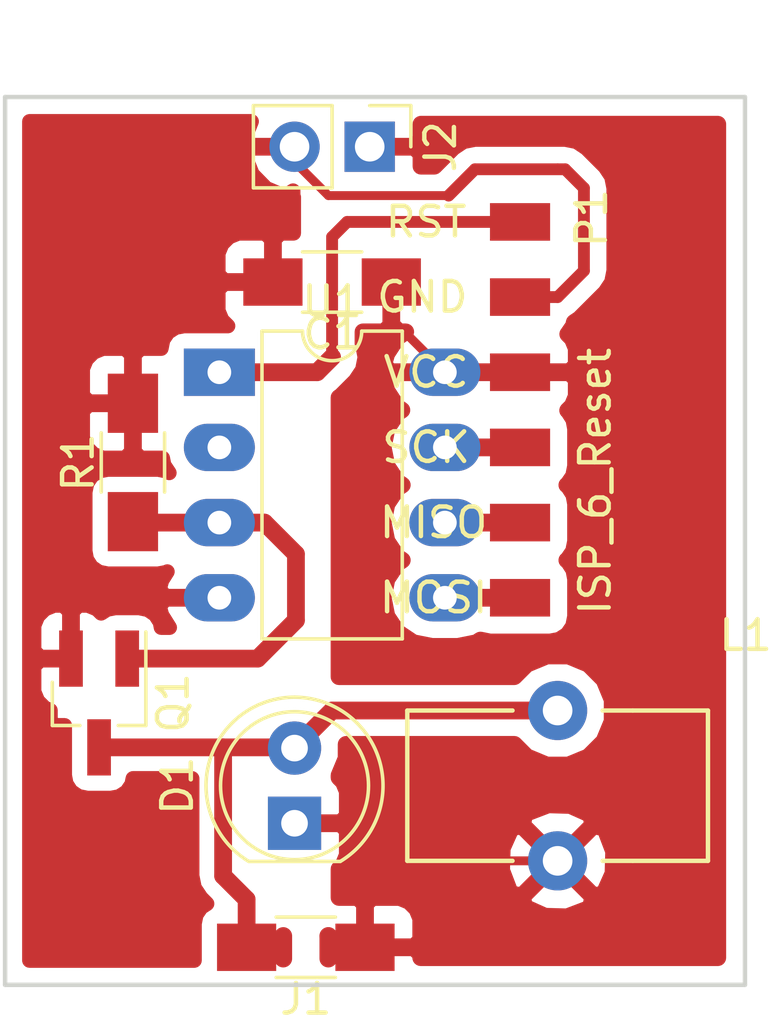
<source format=kicad_pcb>
(kicad_pcb (version 4) (host pcbnew 4.0.6)

  (general
    (links 20)
    (no_connects 0)
    (area 134.924999 104.924999 160.075001 135.075001)
    (thickness 1.6)
    (drawings 4)
    (tracks 54)
    (zones 0)
    (modules 9)
    (nets 9)
  )

  (page A4)
  (layers
    (0 F.Cu signal)
    (31 B.Cu signal)
    (32 B.Adhes user)
    (33 F.Adhes user)
    (34 B.Paste user)
    (35 F.Paste user)
    (36 B.SilkS user)
    (37 F.SilkS user)
    (38 B.Mask user)
    (39 F.Mask user)
    (40 Dwgs.User user)
    (41 Cmts.User user)
    (42 Eco1.User user)
    (43 Eco2.User user)
    (44 Edge.Cuts user)
    (45 Margin user)
    (46 B.CrtYd user)
    (47 F.CrtYd user)
    (48 B.Fab user)
    (49 F.Fab user)
  )

  (setup
    (last_trace_width 0.3)
    (user_trace_width 0.3)
    (user_trace_width 0.4)
    (user_trace_width 0.6)
    (trace_clearance 0.4)
    (zone_clearance 0.5)
    (zone_45_only yes)
    (trace_min 0.2)
    (segment_width 0.2)
    (edge_width 0.15)
    (via_size 0.6)
    (via_drill 0.4)
    (via_min_size 0.4)
    (via_min_drill 0.3)
    (uvia_size 0.3)
    (uvia_drill 0.1)
    (uvias_allowed no)
    (uvia_min_size 0)
    (uvia_min_drill 0)
    (pcb_text_width 0.3)
    (pcb_text_size 1.5 1.5)
    (mod_edge_width 0.15)
    (mod_text_size 1 1)
    (mod_text_width 0.15)
    (pad_size 1.524 1.524)
    (pad_drill 0.762)
    (pad_to_mask_clearance 0.2)
    (aux_axis_origin 0 0)
    (visible_elements FFFFFF7F)
    (pcbplotparams
      (layerselection 0x00000_00000001)
      (usegerberextensions false)
      (excludeedgelayer true)
      (linewidth 0.100000)
      (plotframeref false)
      (viasonmask false)
      (mode 1)
      (useauxorigin false)
      (hpglpennumber 1)
      (hpglpenspeed 20)
      (hpglpendiameter 15)
      (hpglpenoverlay 2)
      (psnegative false)
      (psa4output false)
      (plotreference true)
      (plotvalue true)
      (plotinvisibletext false)
      (padsonsilk false)
      (subtractmaskfromsilk false)
      (outputformat 4)
      (mirror true)
      (drillshape 1)
      (scaleselection 1)
      (outputdirectory ""))
  )

  (net 0 "")
  (net 1 VCC)
  (net 2 GND)
  (net 3 "Net-(D1-Pad2)")
  (net 4 "Net-(P1-Pad1)")
  (net 5 "Net-(P1-Pad4)")
  (net 6 "Net-(P1-Pad5)")
  (net 7 "Net-(P1-Pad6)")
  (net 8 "Net-(Q1-Pad1)")

  (net_class Default "This is the default net class."
    (clearance 0.4)
    (trace_width 0.3)
    (via_dia 0.6)
    (via_drill 0.4)
    (uvia_dia 0.3)
    (uvia_drill 0.1)
    (add_net "Net-(D1-Pad2)")
    (add_net "Net-(P1-Pad1)")
    (add_net "Net-(P1-Pad4)")
    (add_net "Net-(P1-Pad5)")
    (add_net "Net-(P1-Pad6)")
    (add_net "Net-(Q1-Pad1)")
  )

  (net_class fat ""
    (clearance 0.4)
    (trace_width 0.6)
    (via_dia 0.6)
    (via_drill 0.4)
    (uvia_dia 0.3)
    (uvia_drill 0.1)
    (add_net GND)
    (add_net VCC)
  )

  (module Capacitors_SMD:C_1206_HandSoldering (layer F.Cu) (tedit 58AA84D1) (tstamp 594D7E56)
    (at 146.05 111.252 180)
    (descr "Capacitor SMD 1206, hand soldering")
    (tags "capacitor 1206")
    (path /594D7E1B)
    (attr smd)
    (fp_text reference C1 (at 0 -1.75 180) (layer F.SilkS)
      (effects (font (size 1 1) (thickness 0.15)))
    )
    (fp_text value 1uF (at 0 2 180) (layer F.Fab)
      (effects (font (size 1 1) (thickness 0.15)))
    )
    (fp_text user %R (at 0 -1.75 180) (layer F.Fab)
      (effects (font (size 1 1) (thickness 0.15)))
    )
    (fp_line (start -1.6 0.8) (end -1.6 -0.8) (layer F.Fab) (width 0.1))
    (fp_line (start 1.6 0.8) (end -1.6 0.8) (layer F.Fab) (width 0.1))
    (fp_line (start 1.6 -0.8) (end 1.6 0.8) (layer F.Fab) (width 0.1))
    (fp_line (start -1.6 -0.8) (end 1.6 -0.8) (layer F.Fab) (width 0.1))
    (fp_line (start 1 -1.02) (end -1 -1.02) (layer F.SilkS) (width 0.12))
    (fp_line (start -1 1.02) (end 1 1.02) (layer F.SilkS) (width 0.12))
    (fp_line (start -3.25 -1.05) (end 3.25 -1.05) (layer F.CrtYd) (width 0.05))
    (fp_line (start -3.25 -1.05) (end -3.25 1.05) (layer F.CrtYd) (width 0.05))
    (fp_line (start 3.25 1.05) (end 3.25 -1.05) (layer F.CrtYd) (width 0.05))
    (fp_line (start 3.25 1.05) (end -3.25 1.05) (layer F.CrtYd) (width 0.05))
    (pad 1 smd rect (at -2 0 180) (size 2 1.6) (layers F.Cu F.Paste F.Mask)
      (net 1 VCC))
    (pad 2 smd rect (at 2 0 180) (size 2 1.6) (layers F.Cu F.Paste F.Mask)
      (net 2 GND))
    (model Capacitors_SMD.3dshapes/C_1206.wrl
      (at (xyz 0 0 0))
      (scale (xyz 1 1 1))
      (rotate (xyz 0 0 0))
    )
  )

  (module LEDs:LED_D5.0mm (layer F.Cu) (tedit 587A3A7B) (tstamp 594D7E5C)
    (at 144.78 129.54 90)
    (descr "LED, diameter 5.0mm, 2 pins, http://cdn-reichelt.de/documents/datenblatt/A500/LL-504BC2E-009.pdf")
    (tags "LED diameter 5.0mm 2 pins")
    (path /594D8063)
    (fp_text reference D1 (at 1.27 -3.96 90) (layer F.SilkS)
      (effects (font (size 1 1) (thickness 0.15)))
    )
    (fp_text value LED (at 1.27 3.96 90) (layer F.Fab)
      (effects (font (size 1 1) (thickness 0.15)))
    )
    (fp_arc (start 1.27 0) (end -1.23 -1.469694) (angle 299.1) (layer F.Fab) (width 0.1))
    (fp_arc (start 1.27 0) (end -1.29 -1.54483) (angle 148.9) (layer F.SilkS) (width 0.12))
    (fp_arc (start 1.27 0) (end -1.29 1.54483) (angle -148.9) (layer F.SilkS) (width 0.12))
    (fp_circle (center 1.27 0) (end 3.77 0) (layer F.Fab) (width 0.1))
    (fp_circle (center 1.27 0) (end 3.77 0) (layer F.SilkS) (width 0.12))
    (fp_line (start -1.23 -1.469694) (end -1.23 1.469694) (layer F.Fab) (width 0.1))
    (fp_line (start -1.29 -1.545) (end -1.29 1.545) (layer F.SilkS) (width 0.12))
    (fp_line (start -1.95 -3.25) (end -1.95 3.25) (layer F.CrtYd) (width 0.05))
    (fp_line (start -1.95 3.25) (end 4.5 3.25) (layer F.CrtYd) (width 0.05))
    (fp_line (start 4.5 3.25) (end 4.5 -3.25) (layer F.CrtYd) (width 0.05))
    (fp_line (start 4.5 -3.25) (end -1.95 -3.25) (layer F.CrtYd) (width 0.05))
    (pad 1 thru_hole rect (at 0 0 90) (size 1.8 1.8) (drill 0.9) (layers *.Cu *.Mask)
      (net 1 VCC))
    (pad 2 thru_hole circle (at 2.54 0 90) (size 1.8 1.8) (drill 0.9) (layers *.Cu *.Mask)
      (net 3 "Net-(D1-Pad2)"))
    (model LEDs.3dshapes/LED_D5.0mm.wrl
      (at (xyz 0 0 0))
      (scale (xyz 0.393701 0.393701 0.393701))
      (rotate (xyz 0 0 0))
    )
  )

  (module Choke_Toroid_ThroughHole:Choke_Toroid_5x10mm_Vertical (layer F.Cu) (tedit 0) (tstamp 594D7E62)
    (at 148.59 130.81)
    (descr "Toroid, Coil, Choke,  5mm x 10mm, Vertical, Inductor, Drossel, Thruhole,")
    (tags "Toroid, Coil, Choke, 5mm x 10mm, Vertical, Inductor, Drossel, Thruhole,")
    (path /594D7FBC)
    (fp_text reference L1 (at 11.43 -7.62) (layer F.SilkS)
      (effects (font (size 1 1) (thickness 0.15)))
    )
    (fp_text value "0.15 mH" (at 6.35 2.54) (layer F.Fab)
      (effects (font (size 1 1) (thickness 0.15)))
    )
    (fp_line (start 0 0) (end 3.556 0) (layer F.SilkS) (width 0.15))
    (fp_line (start 0 -5.08) (end 3.556 -5.08) (layer F.SilkS) (width 0.15))
    (fp_line (start 7.62 0) (end 6.604 0) (layer F.SilkS) (width 0.15))
    (fp_line (start 7.62 -5.08) (end 6.604 -5.08) (layer F.SilkS) (width 0.15))
    (fp_line (start 10.16 0) (end 7.62 0) (layer F.SilkS) (width 0.15))
    (fp_line (start 10.16 -5.08) (end 7.62 -5.08) (layer F.SilkS) (width 0.15))
    (fp_line (start 10.16 0) (end 10.16 -5.08) (layer F.SilkS) (width 0.15))
    (fp_line (start 0 -5.08) (end 0 0) (layer F.SilkS) (width 0.15))
    (pad 1 thru_hole circle (at 5.08 0) (size 1.99898 1.99898) (drill 1.00076) (layers *.Cu *.Mask)
      (net 1 VCC))
    (pad 2 thru_hole circle (at 5.08 -5.08) (size 1.99898 1.99898) (drill 1.00076) (layers *.Cu *.Mask)
      (net 3 "Net-(D1-Pad2)"))
  )

  (module elliot:ISP6-Inline-Reset (layer F.Cu) (tedit 54314DF6) (tstamp 594D7E6C)
    (at 152.4 116.84 270)
    (path /594D7C00)
    (fp_text reference P1 (at -7.747 -2.413 270) (layer F.SilkS)
      (effects (font (size 1 1) (thickness 0.15)))
    )
    (fp_text value ISP_6_Reset (at 1.143 -2.54 270) (layer F.SilkS)
      (effects (font (size 1 1) (thickness 0.15)))
    )
    (fp_text user MOSI (at 5.08 2.921 360) (layer F.SilkS)
      (effects (font (size 1 1) (thickness 0.15)))
    )
    (fp_text user MISO (at 2.54 2.921 360) (layer F.SilkS)
      (effects (font (size 1 1) (thickness 0.15)))
    )
    (fp_text user SCK (at 0 3.175 360) (layer F.SilkS)
      (effects (font (size 1 1) (thickness 0.15)))
    )
    (fp_text user VCC (at -2.54 3.175 360) (layer F.SilkS)
      (effects (font (size 1 1) (thickness 0.15)))
    )
    (fp_text user GND (at -5.08 3.302 360) (layer F.SilkS)
      (effects (font (size 1 1) (thickness 0.15)))
    )
    (fp_text user RST (at -7.62 3.175 360) (layer F.SilkS)
      (effects (font (size 1 1) (thickness 0.15)))
    )
    (pad 1 smd rect (at -7.62 0 270) (size 1.27 2.032) (layers F.Cu F.Paste F.Mask)
      (net 4 "Net-(P1-Pad1)"))
    (pad 2 smd rect (at -5.08 0 270) (size 1.27 2.032) (layers F.Cu F.Paste F.Mask)
      (net 2 GND))
    (pad 3 smd rect (at -2.54 0 270) (size 1.27 2.032) (layers F.Cu F.Paste F.Mask)
      (net 1 VCC))
    (pad 4 smd rect (at 0 0 270) (size 1.27 2.032) (layers F.Cu F.Paste F.Mask)
      (net 5 "Net-(P1-Pad4)"))
    (pad 5 smd rect (at 2.54 0 270) (size 1.27 2.032) (layers F.Cu F.Paste F.Mask)
      (net 6 "Net-(P1-Pad5)"))
    (pad 6 smd rect (at 5.08 0 270) (size 1.27 2.032) (layers F.Cu F.Paste F.Mask)
      (net 7 "Net-(P1-Pad6)"))
  )

  (module TO_SOT_Packages_SMD:SOT-23_Handsoldering (layer F.Cu) (tedit 583F3954) (tstamp 594D7E73)
    (at 138.176 125.476 270)
    (descr "SOT-23, Handsoldering")
    (tags SOT-23)
    (path /594D7E94)
    (attr smd)
    (fp_text reference Q1 (at 0 -2.5 270) (layer F.SilkS)
      (effects (font (size 1 1) (thickness 0.15)))
    )
    (fp_text value Q_NMOS_GSD (at 0 2.5 270) (layer F.Fab)
      (effects (font (size 1 1) (thickness 0.15)))
    )
    (fp_line (start 0.76 1.58) (end 0.76 0.65) (layer F.SilkS) (width 0.12))
    (fp_line (start 0.76 -1.58) (end 0.76 -0.65) (layer F.SilkS) (width 0.12))
    (fp_line (start -2.7 -1.75) (end 2.7 -1.75) (layer F.CrtYd) (width 0.05))
    (fp_line (start 2.7 -1.75) (end 2.7 1.75) (layer F.CrtYd) (width 0.05))
    (fp_line (start 2.7 1.75) (end -2.7 1.75) (layer F.CrtYd) (width 0.05))
    (fp_line (start -2.7 1.75) (end -2.7 -1.75) (layer F.CrtYd) (width 0.05))
    (fp_line (start 0.76 -1.58) (end -2.4 -1.58) (layer F.SilkS) (width 0.12))
    (fp_line (start -0.7 -0.95) (end -0.7 1.5) (layer F.Fab) (width 0.1))
    (fp_line (start -0.15 -1.52) (end 0.7 -1.52) (layer F.Fab) (width 0.1))
    (fp_line (start -0.7 -0.95) (end -0.15 -1.52) (layer F.Fab) (width 0.1))
    (fp_line (start 0.7 -1.52) (end 0.7 1.52) (layer F.Fab) (width 0.1))
    (fp_line (start -0.7 1.52) (end 0.7 1.52) (layer F.Fab) (width 0.1))
    (fp_line (start 0.76 1.58) (end -0.7 1.58) (layer F.SilkS) (width 0.12))
    (pad 1 smd rect (at -1.5 -0.95 270) (size 1.9 0.8) (layers F.Cu F.Paste F.Mask)
      (net 8 "Net-(Q1-Pad1)"))
    (pad 2 smd rect (at -1.5 0.95 270) (size 1.9 0.8) (layers F.Cu F.Paste F.Mask)
      (net 2 GND))
    (pad 3 smd rect (at 1.5 0 270) (size 1.9 0.8) (layers F.Cu F.Paste F.Mask)
      (net 3 "Net-(D1-Pad2)"))
    (model TO_SOT_Packages_SMD.3dshapes\SOT-23_Handsoldering.wrl
      (at (xyz 0 0 0))
      (scale (xyz 1 1 1))
      (rotate (xyz 0 0 90))
    )
  )

  (module Resistors_SMD:R_1206_HandSoldering (layer F.Cu) (tedit 58AADA36) (tstamp 594EBF0A)
    (at 139.319 117.348 90)
    (descr "Resistor SMD 1206, hand soldering")
    (tags "resistor 1206")
    (path /594EBEBC)
    (attr smd)
    (fp_text reference R1 (at 0 -1.85 90) (layer F.SilkS)
      (effects (font (size 1 1) (thickness 0.15)))
    )
    (fp_text value 100K (at 0 1.9 90) (layer F.Fab)
      (effects (font (size 1 1) (thickness 0.15)))
    )
    (fp_text user %R (at 0 -1.85 90) (layer F.Fab)
      (effects (font (size 1 1) (thickness 0.15)))
    )
    (fp_line (start -1.6 0.8) (end -1.6 -0.8) (layer F.Fab) (width 0.1))
    (fp_line (start 1.6 0.8) (end -1.6 0.8) (layer F.Fab) (width 0.1))
    (fp_line (start 1.6 -0.8) (end 1.6 0.8) (layer F.Fab) (width 0.1))
    (fp_line (start -1.6 -0.8) (end 1.6 -0.8) (layer F.Fab) (width 0.1))
    (fp_line (start 1 1.07) (end -1 1.07) (layer F.SilkS) (width 0.12))
    (fp_line (start -1 -1.07) (end 1 -1.07) (layer F.SilkS) (width 0.12))
    (fp_line (start -3.25 -1.11) (end 3.25 -1.11) (layer F.CrtYd) (width 0.05))
    (fp_line (start -3.25 -1.11) (end -3.25 1.1) (layer F.CrtYd) (width 0.05))
    (fp_line (start 3.25 1.1) (end 3.25 -1.11) (layer F.CrtYd) (width 0.05))
    (fp_line (start 3.25 1.1) (end -3.25 1.1) (layer F.CrtYd) (width 0.05))
    (pad 1 smd rect (at -2 0 90) (size 2 1.7) (layers F.Cu F.Paste F.Mask)
      (net 8 "Net-(Q1-Pad1)"))
    (pad 2 smd rect (at 2 0 90) (size 2 1.7) (layers F.Cu F.Paste F.Mask)
      (net 2 GND))
    (model Resistors_SMD.3dshapes/R_1206.wrl
      (at (xyz 0 0 0))
      (scale (xyz 1 1 1))
      (rotate (xyz 0 0 0))
    )
  )

  (module Housings_DIP:DIP-8_W7.62mm_LongPads (layer F.Cu) (tedit 586281B4) (tstamp 594EC682)
    (at 142.24 114.3)
    (descr "8-lead dip package, row spacing 7.62 mm (300 mils), LongPads")
    (tags "DIL DIP PDIP 2.54mm 7.62mm 300mil LongPads")
    (path /594D7C53)
    (fp_text reference U1 (at 3.81 -2.39) (layer F.SilkS)
      (effects (font (size 1 1) (thickness 0.15)))
    )
    (fp_text value ATTINY45-20PU (at 3.81 10.01) (layer F.Fab)
      (effects (font (size 1 1) (thickness 0.15)))
    )
    (fp_arc (start 3.81 -1.39) (end 2.81 -1.39) (angle -180) (layer F.SilkS) (width 0.12))
    (fp_line (start 1.635 -1.27) (end 6.985 -1.27) (layer F.Fab) (width 0.1))
    (fp_line (start 6.985 -1.27) (end 6.985 8.89) (layer F.Fab) (width 0.1))
    (fp_line (start 6.985 8.89) (end 0.635 8.89) (layer F.Fab) (width 0.1))
    (fp_line (start 0.635 8.89) (end 0.635 -0.27) (layer F.Fab) (width 0.1))
    (fp_line (start 0.635 -0.27) (end 1.635 -1.27) (layer F.Fab) (width 0.1))
    (fp_line (start 2.81 -1.39) (end 1.44 -1.39) (layer F.SilkS) (width 0.12))
    (fp_line (start 1.44 -1.39) (end 1.44 9.01) (layer F.SilkS) (width 0.12))
    (fp_line (start 1.44 9.01) (end 6.18 9.01) (layer F.SilkS) (width 0.12))
    (fp_line (start 6.18 9.01) (end 6.18 -1.39) (layer F.SilkS) (width 0.12))
    (fp_line (start 6.18 -1.39) (end 4.81 -1.39) (layer F.SilkS) (width 0.12))
    (fp_line (start -1.5 -1.6) (end -1.5 9.2) (layer F.CrtYd) (width 0.05))
    (fp_line (start -1.5 9.2) (end 9.1 9.2) (layer F.CrtYd) (width 0.05))
    (fp_line (start 9.1 9.2) (end 9.1 -1.6) (layer F.CrtYd) (width 0.05))
    (fp_line (start 9.1 -1.6) (end -1.5 -1.6) (layer F.CrtYd) (width 0.05))
    (pad 1 thru_hole rect (at 0 0) (size 2.4 1.6) (drill 0.8) (layers *.Cu *.Mask)
      (net 4 "Net-(P1-Pad1)"))
    (pad 5 thru_hole oval (at 7.62 7.62) (size 2.4 1.6) (drill 0.8) (layers *.Cu *.Mask)
      (net 7 "Net-(P1-Pad6)"))
    (pad 2 thru_hole oval (at 0 2.54) (size 2.4 1.6) (drill 0.8) (layers *.Cu *.Mask))
    (pad 6 thru_hole oval (at 7.62 5.08) (size 2.4 1.6) (drill 0.8) (layers *.Cu *.Mask)
      (net 6 "Net-(P1-Pad5)"))
    (pad 3 thru_hole oval (at 0 5.08) (size 2.4 1.6) (drill 0.8) (layers *.Cu *.Mask)
      (net 8 "Net-(Q1-Pad1)"))
    (pad 7 thru_hole oval (at 7.62 2.54) (size 2.4 1.6) (drill 0.8) (layers *.Cu *.Mask)
      (net 5 "Net-(P1-Pad4)"))
    (pad 4 thru_hole oval (at 0 7.62) (size 2.4 1.6) (drill 0.8) (layers *.Cu *.Mask)
      (net 2 GND))
    (pad 8 thru_hole oval (at 7.62 0) (size 2.4 1.6) (drill 0.8) (layers *.Cu *.Mask)
      (net 1 VCC))
    (model Housings_DIP.3dshapes/DIP-8_W7.62mm_LongPads.wrl
      (at (xyz 0 0 0))
      (scale (xyz 1 1 1))
      (rotate (xyz 0 0 0))
    )
  )

  (module Capacitors_SMD:C_1206_HandSoldering (layer F.Cu) (tedit 58AA84D1) (tstamp 594EC6E9)
    (at 145.161 133.731 180)
    (descr "Capacitor SMD 1206, hand soldering")
    (tags "capacitor 1206")
    (path /594EC405)
    (attr smd)
    (fp_text reference J1 (at 0 -1.75 180) (layer F.SilkS)
      (effects (font (size 1 1) (thickness 0.15)))
    )
    (fp_text value TEST_2P (at 0 2 180) (layer F.Fab)
      (effects (font (size 1 1) (thickness 0.15)))
    )
    (fp_text user %R (at 0 -1.75 180) (layer F.Fab)
      (effects (font (size 1 1) (thickness 0.15)))
    )
    (fp_line (start -1.6 0.8) (end -1.6 -0.8) (layer F.Fab) (width 0.1))
    (fp_line (start 1.6 0.8) (end -1.6 0.8) (layer F.Fab) (width 0.1))
    (fp_line (start 1.6 -0.8) (end 1.6 0.8) (layer F.Fab) (width 0.1))
    (fp_line (start -1.6 -0.8) (end 1.6 -0.8) (layer F.Fab) (width 0.1))
    (fp_line (start 1 -1.02) (end -1 -1.02) (layer F.SilkS) (width 0.12))
    (fp_line (start -1 1.02) (end 1 1.02) (layer F.SilkS) (width 0.12))
    (fp_line (start -3.25 -1.05) (end 3.25 -1.05) (layer F.CrtYd) (width 0.05))
    (fp_line (start -3.25 -1.05) (end -3.25 1.05) (layer F.CrtYd) (width 0.05))
    (fp_line (start 3.25 1.05) (end 3.25 -1.05) (layer F.CrtYd) (width 0.05))
    (fp_line (start 3.25 1.05) (end -3.25 1.05) (layer F.CrtYd) (width 0.05))
    (pad 1 smd rect (at -2 0 180) (size 2 1.6) (layers F.Cu F.Paste F.Mask)
      (net 1 VCC))
    (pad 2 smd rect (at 2 0 180) (size 2 1.6) (layers F.Cu F.Paste F.Mask)
      (net 3 "Net-(D1-Pad2)"))
    (model Capacitors_SMD.3dshapes/C_1206.wrl
      (at (xyz 0 0 0))
      (scale (xyz 1 1 1))
      (rotate (xyz 0 0 0))
    )
  )

  (module Pin_Headers:Pin_Header_Straight_1x02_Pitch2.54mm (layer F.Cu) (tedit 5862ED52) (tstamp 594EC6EE)
    (at 147.32 106.68 270)
    (descr "Through hole straight pin header, 1x02, 2.54mm pitch, single row")
    (tags "Through hole pin header THT 1x02 2.54mm single row")
    (path /594D8548)
    (fp_text reference J2 (at 0 -2.39 270) (layer F.SilkS)
      (effects (font (size 1 1) (thickness 0.15)))
    )
    (fp_text value CONN_01X02 (at 0 4.93 270) (layer F.Fab)
      (effects (font (size 1 1) (thickness 0.15)))
    )
    (fp_line (start -1.27 -1.27) (end -1.27 3.81) (layer F.Fab) (width 0.1))
    (fp_line (start -1.27 3.81) (end 1.27 3.81) (layer F.Fab) (width 0.1))
    (fp_line (start 1.27 3.81) (end 1.27 -1.27) (layer F.Fab) (width 0.1))
    (fp_line (start 1.27 -1.27) (end -1.27 -1.27) (layer F.Fab) (width 0.1))
    (fp_line (start -1.39 1.27) (end -1.39 3.93) (layer F.SilkS) (width 0.12))
    (fp_line (start -1.39 3.93) (end 1.39 3.93) (layer F.SilkS) (width 0.12))
    (fp_line (start 1.39 3.93) (end 1.39 1.27) (layer F.SilkS) (width 0.12))
    (fp_line (start 1.39 1.27) (end -1.39 1.27) (layer F.SilkS) (width 0.12))
    (fp_line (start -1.39 0) (end -1.39 -1.39) (layer F.SilkS) (width 0.12))
    (fp_line (start -1.39 -1.39) (end 0 -1.39) (layer F.SilkS) (width 0.12))
    (fp_line (start -1.6 -1.6) (end -1.6 4.1) (layer F.CrtYd) (width 0.05))
    (fp_line (start -1.6 4.1) (end 1.6 4.1) (layer F.CrtYd) (width 0.05))
    (fp_line (start 1.6 4.1) (end 1.6 -1.6) (layer F.CrtYd) (width 0.05))
    (fp_line (start 1.6 -1.6) (end -1.6 -1.6) (layer F.CrtYd) (width 0.05))
    (pad 1 thru_hole rect (at 0 0 270) (size 1.7 1.7) (drill 1) (layers *.Cu *.Mask)
      (net 1 VCC))
    (pad 2 thru_hole oval (at 0 2.54 270) (size 1.7 1.7) (drill 1) (layers *.Cu *.Mask)
      (net 2 GND))
    (model Pin_Headers.3dshapes/Pin_Header_Straight_1x02_Pitch2.54mm.wrl
      (at (xyz 0 -0.05 0))
      (scale (xyz 1 1 1))
      (rotate (xyz 0 0 90))
    )
  )

  (gr_line (start 160 105) (end 135 105) (angle 90) (layer Edge.Cuts) (width 0.15))
  (gr_line (start 160 135) (end 160 105) (angle 90) (layer Edge.Cuts) (width 0.15))
  (gr_line (start 135 135) (end 160 135) (angle 90) (layer Edge.Cuts) (width 0.15))
  (gr_line (start 135 105) (end 135 135) (angle 90) (layer Edge.Cuts) (width 0.15))

  (segment (start 144.399 134.112) (end 144.399 133.35) (width 0.6) (layer F.Cu) (net 0))
  (segment (start 145.923 134.112) (end 145.923 133.35) (width 0.6) (layer F.Cu) (net 1))
  (segment (start 145.923 133.35) (end 146.304 133.731) (width 0.6) (layer F.Cu) (net 1) (tstamp 594EC632))
  (segment (start 147.161 133.731) (end 146.304 133.731) (width 0.6) (layer F.Cu) (net 1))
  (segment (start 144.78 129.54) (end 148.717 129.54) (width 0.6) (layer F.Cu) (net 1))
  (segment (start 148.717 129.54) (end 149.987 130.81) (width 0.6) (layer F.Cu) (net 1) (tstamp 594EA96F))
  (segment (start 149.987 130.81) (end 149.987 130.937) (width 0.6) (layer F.Cu) (net 1) (tstamp 594EA974))
  (segment (start 149.987 130.937) (end 149.987 130.81) (width 0.6) (layer F.Cu) (net 1) (tstamp 594EA977))
  (segment (start 153.67 130.81) (end 149.987 130.81) (width 0.3) (layer F.Cu) (net 1))
  (segment (start 152.4 114.3) (end 156.972 114.3) (width 0.3) (layer F.Cu) (net 1))
  (segment (start 157.226 127.254) (end 153.67 130.81) (width 0.3) (layer F.Cu) (net 1) (tstamp 594D8024))
  (segment (start 157.226 114.554) (end 157.226 127.254) (width 0.3) (layer F.Cu) (net 1) (tstamp 594D8023))
  (segment (start 156.972 114.3) (end 157.226 114.554) (width 0.3) (layer F.Cu) (net 1) (tstamp 594D8020))
  (segment (start 148.05 111.76) (end 148.05 112.49) (width 0.3) (layer F.Cu) (net 1))
  (segment (start 148.05 112.49) (end 149.86 114.3) (width 0.3) (layer F.Cu) (net 1) (tstamp 594D7FD1))
  (segment (start 149.86 114.3) (end 152.4 114.3) (width 0.3) (layer F.Cu) (net 1))
  (segment (start 144.78 106.68) (end 142.748 106.68) (width 0.3) (layer F.Cu) (net 2))
  (segment (start 141.478 111.252) (end 144.05 111.252) (width 0.3) (layer F.Cu) (net 2) (tstamp 594EC75A))
  (segment (start 141.478 107.95) (end 141.478 111.252) (width 0.3) (layer F.Cu) (net 2) (tstamp 594EC758))
  (segment (start 142.748 106.68) (end 141.478 107.95) (width 0.3) (layer F.Cu) (net 2) (tstamp 594EC757))
  (segment (start 144.78 106.68) (end 144.78 107.188) (width 0.3) (layer F.Cu) (net 2))
  (segment (start 144.78 107.188) (end 145.923 108.331) (width 0.3) (layer F.Cu) (net 2) (tstamp 594EC71C))
  (segment (start 145.923 108.331) (end 149.987 108.331) (width 0.3) (layer F.Cu) (net 2) (tstamp 594EC720))
  (segment (start 149.987 108.331) (end 150.876 107.442) (width 0.4) (layer F.Cu) (net 2) (tstamp 594EC723))
  (segment (start 150.876 107.442) (end 153.67 107.442) (width 0.4) (layer F.Cu) (net 2) (tstamp 594EC72B))
  (segment (start 153.67 107.442) (end 153.924 107.442) (width 0.4) (layer F.Cu) (net 2) (tstamp 594EC73D))
  (segment (start 153.924 107.442) (end 154.559 108.077) (width 0.4) (layer F.Cu) (net 2) (tstamp 594EC73E))
  (segment (start 154.559 108.077) (end 154.559 110.871) (width 0.4) (layer F.Cu) (net 2) (tstamp 594EC742))
  (segment (start 154.559 110.871) (end 153.67 111.76) (width 0.4) (layer F.Cu) (net 2) (tstamp 594EC745))
  (segment (start 153.67 111.76) (end 152.4 111.76) (width 0.4) (layer F.Cu) (net 2) (tstamp 594EC747))
  (segment (start 152.4 111.76) (end 151.638 111.76) (width 0.4) (layer F.Cu) (net 2))
  (segment (start 143.161 133.731) (end 143.161 132.112) (width 0.6) (layer F.Cu) (net 3))
  (segment (start 142.367 131.318) (end 142.367 126.976) (width 0.6) (layer F.Cu) (net 3) (tstamp 594EC76B))
  (segment (start 143.161 132.112) (end 142.367 131.318) (width 0.6) (layer F.Cu) (net 3) (tstamp 594EC769))
  (segment (start 138.176 126.976) (end 142.367 126.976) (width 0.6) (layer F.Cu) (net 3))
  (segment (start 142.367 126.976) (end 144.756 126.976) (width 0.6) (layer F.Cu) (net 3) (tstamp 594EC4EC))
  (segment (start 144.756 126.976) (end 144.78 127) (width 0.6) (layer F.Cu) (net 3) (tstamp 594D80FB))
  (segment (start 153.67 125.73) (end 146.05 125.73) (width 0.6) (layer F.Cu) (net 3))
  (segment (start 146.05 125.73) (end 144.78 127) (width 0.6) (layer F.Cu) (net 3) (tstamp 594D80B8))
  (segment (start 146.558 109.22) (end 152.4 109.22) (width 0.4) (layer F.Cu) (net 4) (tstamp 594D81BB))
  (segment (start 146.05 109.728) (end 146.558 109.22) (width 0.4) (layer F.Cu) (net 4) (tstamp 594D81B8))
  (segment (start 146.05 113.792) (end 146.05 109.728) (width 0.4) (layer F.Cu) (net 4) (tstamp 594D81B6))
  (segment (start 145.542 114.3) (end 146.05 113.792) (width 0.6) (layer F.Cu) (net 4) (tstamp 594D81B5))
  (segment (start 142.24 114.3) (end 145.542 114.3) (width 0.6) (layer F.Cu) (net 4))
  (segment (start 149.86 116.84) (end 152.4 116.84) (width 0.6) (layer F.Cu) (net 5))
  (segment (start 149.86 119.38) (end 152.4 119.38) (width 0.6) (layer F.Cu) (net 6))
  (segment (start 149.86 121.92) (end 152.4 121.92) (width 0.6) (layer F.Cu) (net 7))
  (segment (start 142.24 119.38) (end 139.351 119.38) (width 0.6) (layer F.Cu) (net 8))
  (segment (start 139.351 119.38) (end 139.319 119.348) (width 0.6) (layer F.Cu) (net 8) (tstamp 594EBF41))
  (segment (start 139.126 123.976) (end 143.534 123.976) (width 0.6) (layer F.Cu) (net 8))
  (segment (start 143.764 119.38) (end 142.24 119.38) (width 0.6) (layer F.Cu) (net 8) (tstamp 594D8212))
  (segment (start 144.828 120.444) (end 143.764 119.38) (width 0.6) (layer F.Cu) (net 8) (tstamp 594D8211))
  (segment (start 144.828 122.682) (end 144.828 120.444) (width 0.6) (layer F.Cu) (net 8) (tstamp 594D8210))
  (segment (start 143.534 123.976) (end 144.828 122.682) (width 0.6) (layer F.Cu) (net 8) (tstamp 594D820F))

  (zone (net 1) (net_name VCC) (layer F.Cu) (tstamp 594D8158) (hatch edge 0.508)
    (connect_pads (clearance 0.56))
    (min_thickness 0.56)
    (fill yes (arc_segments 16) (thermal_gap 0.6) (thermal_bridge_width 0.6))
    (polygon
      (pts
        (xy 160 135) (xy 146 135) (xy 146 105) (xy 160 105)
      )
    )
    (filled_polygon
      (pts
        (xy 159.085 134.085) (xy 149.041 134.085) (xy 149.041 133.971) (xy 148.821 133.751) (xy 147.181 133.751)
        (xy 147.181 133.771) (xy 147.141 133.771) (xy 147.141 133.751) (xy 147.121 133.751) (xy 147.121 133.711)
        (xy 147.141 133.711) (xy 147.141 132.271) (xy 147.181 132.271) (xy 147.181 133.711) (xy 148.821 133.711)
        (xy 149.041 133.491) (xy 149.041 132.755957) (xy 148.907028 132.43252) (xy 148.65948 132.184972) (xy 148.336043 132.051)
        (xy 147.401 132.051) (xy 147.181 132.271) (xy 147.141 132.271) (xy 146.921 132.051) (xy 146.28 132.051)
        (xy 146.28 132.023532) (xy 152.484753 132.023532) (xy 152.559862 132.372) (xy 153.242118 132.677931) (xy 153.989515 132.699486)
        (xy 154.688269 132.433384) (xy 154.780138 132.372) (xy 154.855247 132.023532) (xy 153.67 130.838284) (xy 152.484753 132.023532)
        (xy 146.28 132.023532) (xy 146.28 131.129515) (xy 151.780514 131.129515) (xy 152.046616 131.828269) (xy 152.108 131.920138)
        (xy 152.456468 131.995247) (xy 153.641716 130.81) (xy 153.698284 130.81) (xy 154.883532 131.995247) (xy 155.232 131.920138)
        (xy 155.537931 131.237882) (xy 155.559486 130.490485) (xy 155.293384 129.791731) (xy 155.232 129.699862) (xy 154.883532 129.624753)
        (xy 153.698284 130.81) (xy 153.641716 130.81) (xy 152.456468 129.624753) (xy 152.108 129.699862) (xy 151.802069 130.382118)
        (xy 151.780514 131.129515) (xy 146.28 131.129515) (xy 146.28 131.084508) (xy 146.426028 130.93848) (xy 146.56 130.615043)
        (xy 146.56 129.78) (xy 146.376468 129.596468) (xy 152.484753 129.596468) (xy 153.67 130.781716) (xy 154.855247 129.596468)
        (xy 154.780138 129.248) (xy 154.097882 128.942069) (xy 153.350485 128.920514) (xy 152.651731 129.186616) (xy 152.559862 129.248)
        (xy 152.484753 129.596468) (xy 146.376468 129.596468) (xy 146.34 129.56) (xy 146.28 129.56) (xy 146.28 129.52)
        (xy 146.34 129.52) (xy 146.56 129.3) (xy 146.56 128.464957) (xy 146.426028 128.14152) (xy 146.28 127.995492)
        (xy 146.28 127.92488) (xy 146.519698 127.347626) (xy 146.520113 126.872091) (xy 146.522204 126.87) (xy 152.208848 126.87)
        (xy 152.626652 127.288535) (xy 153.302498 127.56917) (xy 154.034292 127.569809) (xy 154.710626 127.290353) (xy 155.228535 126.773348)
        (xy 155.50917 126.097502) (xy 155.509809 125.365708) (xy 155.230353 124.689374) (xy 154.713348 124.171465) (xy 154.037502 123.89083)
        (xy 153.305708 123.890191) (xy 152.629374 124.169647) (xy 152.208286 124.59) (xy 146.28 124.59) (xy 146.28 116.84)
        (xy 147.780034 116.84) (xy 147.904872 117.467601) (xy 148.260379 117.999655) (xy 148.425522 118.11) (xy 148.260379 118.220345)
        (xy 147.904872 118.752399) (xy 147.780034 119.38) (xy 147.904872 120.007601) (xy 148.260379 120.539655) (xy 148.425522 120.65)
        (xy 148.260379 120.760345) (xy 147.904872 121.292399) (xy 147.780034 121.92) (xy 147.904872 122.547601) (xy 148.260379 123.079655)
        (xy 148.792433 123.435162) (xy 149.420034 123.56) (xy 150.299966 123.56) (xy 150.927567 123.435162) (xy 151.060952 123.346037)
        (xy 151.384 123.411456) (xy 153.416 123.411456) (xy 153.727285 123.352884) (xy 154.013182 123.168914) (xy 154.204979 122.888209)
        (xy 154.272456 122.555) (xy 154.272456 121.285) (xy 154.213884 120.973715) (xy 154.029914 120.687818) (xy 153.977402 120.651938)
        (xy 154.013182 120.628914) (xy 154.204979 120.348209) (xy 154.272456 120.015) (xy 154.272456 118.745) (xy 154.213884 118.433715)
        (xy 154.029914 118.147818) (xy 153.977402 118.111938) (xy 154.013182 118.088914) (xy 154.204979 117.808209) (xy 154.272456 117.475)
        (xy 154.272456 116.205) (xy 154.213884 115.893715) (xy 154.029914 115.607818) (xy 154.004829 115.590679) (xy 154.162028 115.43348)
        (xy 154.296 115.110043) (xy 154.296 114.54) (xy 154.076 114.32) (xy 152.42 114.32) (xy 152.42 114.34)
        (xy 152.38 114.34) (xy 152.38 114.32) (xy 149.88 114.32) (xy 149.88 114.34) (xy 149.84 114.34)
        (xy 149.84 114.32) (xy 148.000137 114.32) (xy 147.80393 114.582545) (xy 147.900228 114.92443) (xy 148.257918 115.473797)
        (xy 148.411711 115.579228) (xy 148.260379 115.680345) (xy 147.904872 116.212399) (xy 147.780034 116.84) (xy 146.28 116.84)
        (xy 146.28 115.151606) (xy 146.348102 115.106102) (xy 146.856101 114.598102) (xy 147.103222 114.22826) (xy 147.19 113.792)
        (xy 147.103222 113.355741) (xy 147.09 113.335953) (xy 147.09 112.932) (xy 147.81 112.932) (xy 148.03 112.712)
        (xy 148.03 111.272) (xy 148.01 111.272) (xy 148.01 111.232) (xy 148.03 111.232) (xy 148.03 111.212)
        (xy 148.07 111.212) (xy 148.07 111.232) (xy 148.09 111.232) (xy 148.09 111.272) (xy 148.07 111.272)
        (xy 148.07 112.712) (xy 148.29 112.932) (xy 148.541204 112.932) (xy 148.257918 113.126203) (xy 147.900228 113.67557)
        (xy 147.80393 114.017455) (xy 148.000137 114.28) (xy 149.84 114.28) (xy 149.84 114.26) (xy 149.88 114.26)
        (xy 149.88 114.28) (xy 152.38 114.28) (xy 152.38 114.26) (xy 152.42 114.26) (xy 152.42 114.28)
        (xy 154.076 114.28) (xy 154.296 114.06) (xy 154.296 113.489957) (xy 154.162028 113.16652) (xy 154.007852 113.012344)
        (xy 154.013182 113.008914) (xy 154.204979 112.728209) (xy 154.228143 112.613825) (xy 154.405391 112.495391) (xy 155.294391 111.606391)
        (xy 155.519835 111.268991) (xy 155.599 110.871) (xy 155.599 108.077) (xy 155.519835 107.679009) (xy 155.294391 107.341609)
        (xy 154.659391 106.706609) (xy 154.321991 106.481165) (xy 153.924 106.402) (xy 150.876 106.402) (xy 150.478009 106.481165)
        (xy 150.140609 106.706609) (xy 149.506218 107.341) (xy 149.05 107.341) (xy 149.05 106.92) (xy 148.83 106.7)
        (xy 147.34 106.7) (xy 147.34 106.72) (xy 147.3 106.72) (xy 147.3 106.7) (xy 147.28 106.7)
        (xy 147.28 106.66) (xy 147.3 106.66) (xy 147.3 106.64) (xy 147.34 106.64) (xy 147.34 106.66)
        (xy 148.83 106.66) (xy 149.05 106.44) (xy 149.05 105.915) (xy 159.085 105.915)
      )
    )
  )
  (zone (net 2) (net_name GND) (layer F.Cu) (tstamp 594D816A) (hatch edge 0.508)
    (connect_pads (clearance 0.5))
    (min_thickness 0.5)
    (fill yes (arc_segments 16) (thermal_gap 0.6) (thermal_bridge_width 0.6))
    (polygon
      (pts
        (xy 145 135) (xy 135 135) (xy 135 105) (xy 145 105)
      )
    )
    (filled_polygon
      (pts
        (xy 143.109475 106.364792) (xy 143.293232 106.63) (xy 144.73 106.63) (xy 144.73 106.61) (xy 144.75 106.61)
        (xy 144.75 106.75) (xy 144.73 106.75) (xy 144.73 106.73) (xy 143.293232 106.73) (xy 143.109475 106.995208)
        (xy 143.357261 107.610496) (xy 143.821646 108.084125) (xy 144.431932 108.343989) (xy 144.464792 108.350523) (xy 144.729998 108.16666)
        (xy 144.729998 108.38) (xy 144.75 108.38) (xy 144.75 109.602) (xy 144.3125 109.602) (xy 144.1 109.8145)
        (xy 144.1 111.202) (xy 144.12 111.202) (xy 144.12 111.302) (xy 144.1 111.302) (xy 144.1 111.322)
        (xy 144 111.322) (xy 144 111.302) (xy 142.4125 111.302) (xy 142.2 111.5145) (xy 142.2 112.221076)
        (xy 142.329405 112.533487) (xy 142.531226 112.735307) (xy 141.04 112.735307) (xy 140.762067 112.787604) (xy 140.506802 112.951862)
        (xy 140.335554 113.202492) (xy 140.275712 113.498) (xy 139.5815 113.498) (xy 139.369 113.7105) (xy 139.369 115.298)
        (xy 139.389 115.298) (xy 139.389 115.398) (xy 139.369 115.398) (xy 139.369 116.9855) (xy 139.5815 117.198)
        (xy 140.323008 117.198) (xy 140.369784 117.433159) (xy 140.547208 117.698694) (xy 140.466508 117.643554) (xy 140.169 117.583307)
        (xy 138.469 117.583307) (xy 138.191067 117.635604) (xy 137.935802 117.799862) (xy 137.764554 118.050492) (xy 137.704307 118.348)
        (xy 137.704307 120.348) (xy 137.756604 120.625933) (xy 137.920862 120.881198) (xy 138.171492 121.052446) (xy 138.469 121.112693)
        (xy 140.169 121.112693) (xy 140.446933 121.060396) (xy 140.482189 121.03771) (xy 140.296464 121.334766) (xy 140.218885 121.612617)
        (xy 140.40337 121.87) (xy 142.19 121.87) (xy 142.19 121.85) (xy 142.29 121.85) (xy 142.29 121.87)
        (xy 142.31 121.87) (xy 142.31 121.97) (xy 142.29 121.97) (xy 142.29 121.99) (xy 142.19 121.99)
        (xy 142.19 121.97) (xy 140.40337 121.97) (xy 140.218885 122.227383) (xy 140.296464 122.505234) (xy 140.559534 122.926)
        (xy 140.271877 122.926) (xy 140.238396 122.748067) (xy 140.074138 122.492802) (xy 139.823508 122.321554) (xy 139.526 122.261307)
        (xy 138.726 122.261307) (xy 138.448067 122.313604) (xy 138.245824 122.443743) (xy 138.107487 122.305405) (xy 137.795076 122.176)
        (xy 137.4885 122.176) (xy 137.276 122.3885) (xy 137.276 123.926) (xy 137.296 123.926) (xy 137.296 124.026)
        (xy 137.276 124.026) (xy 137.276 124.046) (xy 137.176 124.046) (xy 137.176 124.026) (xy 136.1885 124.026)
        (xy 135.976 124.2385) (xy 135.976 125.095075) (xy 136.105405 125.407486) (xy 136.344513 125.646595) (xy 136.529 125.723012)
        (xy 136.529 125.984) (xy 136.546097 126.074864) (xy 136.599798 126.158318) (xy 136.681736 126.214304) (xy 136.779 126.234)
        (xy 137.011307 126.234) (xy 137.011307 127.926) (xy 137.063604 128.203933) (xy 137.227862 128.459198) (xy 137.478492 128.630446)
        (xy 137.776 128.690693) (xy 138.576 128.690693) (xy 138.853933 128.638396) (xy 139.109198 128.474138) (xy 139.280446 128.223508)
        (xy 139.320442 128.026) (xy 141.317 128.026) (xy 141.317 131.318) (xy 141.396926 131.719818) (xy 141.624538 132.060462)
        (xy 141.821985 132.257909) (xy 141.627802 132.382862) (xy 141.456554 132.633492) (xy 141.396307 132.931) (xy 141.396307 134.175)
        (xy 135.825 134.175) (xy 135.825 122.856925) (xy 135.976 122.856925) (xy 135.976 123.7135) (xy 136.1885 123.926)
        (xy 137.176 123.926) (xy 137.176 122.3885) (xy 136.9635 122.176) (xy 136.656924 122.176) (xy 136.344513 122.305405)
        (xy 136.105405 122.544514) (xy 135.976 122.856925) (xy 135.825 122.856925) (xy 135.825 115.6105) (xy 137.619 115.6105)
        (xy 137.619 116.517075) (xy 137.748405 116.829486) (xy 137.987513 117.068595) (xy 138.299924 117.198) (xy 139.0565 117.198)
        (xy 139.269 116.9855) (xy 139.269 115.398) (xy 137.8315 115.398) (xy 137.619 115.6105) (xy 135.825 115.6105)
        (xy 135.825 114.178925) (xy 137.619 114.178925) (xy 137.619 115.0855) (xy 137.8315 115.298) (xy 139.269 115.298)
        (xy 139.269 113.7105) (xy 139.0565 113.498) (xy 138.299924 113.498) (xy 137.987513 113.627405) (xy 137.748405 113.866514)
        (xy 137.619 114.178925) (xy 135.825 114.178925) (xy 135.825 110.282924) (xy 142.2 110.282924) (xy 142.2 110.9895)
        (xy 142.4125 111.202) (xy 144 111.202) (xy 144 109.8145) (xy 143.7875 109.602) (xy 142.880925 109.602)
        (xy 142.568514 109.731405) (xy 142.329405 109.970513) (xy 142.2 110.282924) (xy 135.825 110.282924) (xy 135.825 105.825)
        (xy 143.326858 105.825)
      )
    )
  )
  (zone (net 0) (net_name "") (layer F.Cu) (tstamp 594EA613) (hatch edge 0.508)
    (connect_pads (clearance 0.5))
    (min_thickness 0.5)
    (keepout (tracks not_allowed) (vias not_allowed) (copperpour not_allowed))
    (fill (arc_segments 16) (thermal_gap 0.6) (thermal_bridge_width 0.6))
    (polygon
      (pts
        (xy 145.161 113.792) (xy 143.129 113.792) (xy 143.129 112.649) (xy 143.256 112.649) (xy 143.256 112.268)
        (xy 145.161 112.268)
      )
    )
  )
  (zone (net 0) (net_name "") (layer F.Cu) (tstamp 594EA632) (hatch edge 0.508)
    (connect_pads (clearance 0.5))
    (min_thickness 0.5)
    (keepout (tracks not_allowed) (vias not_allowed) (copperpour not_allowed))
    (fill (arc_segments 16) (thermal_gap 0.6) (thermal_bridge_width 0.6))
    (polygon
      (pts
        (xy 151.13 113.03) (xy 150.622 113.03) (xy 150.622 113.284) (xy 149.225 113.284) (xy 149.225 110.49)
        (xy 149.479 110.49) (xy 149.479 109.855) (xy 151.13 109.855)
      )
    )
  )
  (zone (net 0) (net_name "") (layer F.Cu) (tstamp 594EA99D) (hatch edge 0.508)
    (connect_pads (clearance 0.5))
    (min_thickness 0.5)
    (keepout (tracks not_allowed) (vias not_allowed) (copperpour not_allowed))
    (fill (arc_segments 16) (thermal_gap 0.6) (thermal_bridge_width 0.6))
    (polygon
      (pts
        (xy 137.541 125.984) (xy 136.779 125.984) (xy 136.779 125.222) (xy 137.541 125.222)
      )
    )
  )
)

</source>
